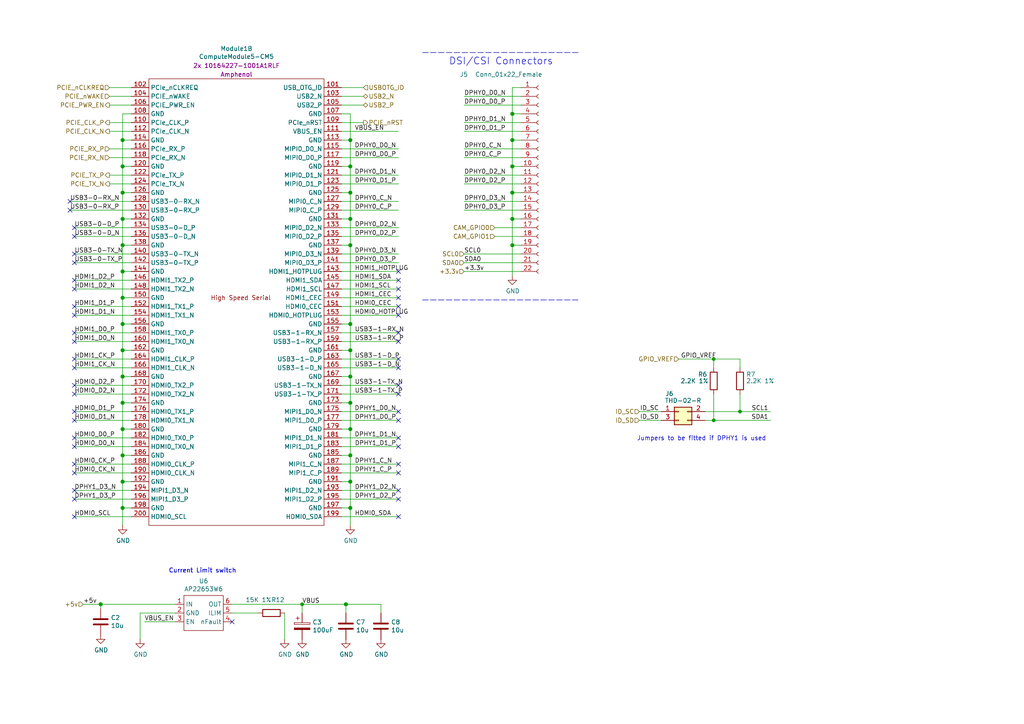
<source format=kicad_sch>
(kicad_sch (version 20250114) (generator "eeschema") (generator_version "9.0")
  (paper "A4")
  (title_block (title "Compute Module 5 IO Board - CM5 - Highspeed") (rev "1") (company "Copyright © 2024 Raspberry Pi Ltd.") (comment 1 "www.raspberrypi.com"))
  (lib_symbols
    (symbol "CM5IO:AP2553W6"
      (property "Reference" "U" (at 3.81 -6.35 0))
      (property "Value" "AP2553W6" (at -3.81 -6.35 0))
      (symbol "AP2553W6_0_0"
        (pin power_in line (at -8.89 2.54 0) (length 2.54) (name "IN") (number "1"))
        (pin power_out line (at -8.89 0 0) (length 2.54) (name "GND") (number "2"))
        (pin input line (at -8.89 -2.54 0) (length 2.54) (name "EN") (number "3"))
        (pin power_out line (at 7.62 2.54 180) (length 2.54) (name "OUT") (number "6"))
        (pin passive line (at 7.62 0 180) (length 2.54) (name "ILIM") (number "5"))
        (pin open_collector line (at 7.62 -2.54 180) (length 2.54) (name "nFault") (number "4"))
      )
      (symbol "AP2553W6_0_1"
        (rectangle (start -6.35 5.08) (end 5.08 -5.08))
      )
    )
    (symbol "CM5IO:ComputeModule5-CM5"
      (property "Reference" "Module" (at 113.03 -68.58 0))
      (property "Value" "ComputeModule5-CM5" (at 140.97 2.54 0))
      (property "Field4" "Amphenol" (at 0 0 0))
      (property "Field5" "2x 10164227-1001A1RLF" (at 0 -2.54 0))
      (symbol "ComputeModule5-CM5_1_0"
        (text "GPIO" (at 0 6.35 0) (effects (font (size 1.27 1.27))))
      )
      (symbol "ComputeModule5-CM5_1_1"
        (rectangle (start -30.48 -71.12) (end 25.4 58.42))
        (text "600mA Max" (at -8.89 -48.26 0) (effects (font (size 1.27 1.27))))
        (text "600mA Max" (at -8.89 -53.34 0) (effects (font (size 1.27 1.27))))
        (text "NB SD signals are only available" (at -1.27 -27.94 0) (effects (font (size 1.27 1.27))))
        (text "on modules without eMMC" (at -1.27 -30.48 0) (effects (font (size 1.27 1.27))))
        (pin power_in line (at -33.02 55.88 0) (length 2.54) (name "GND") (number "2"))
        (pin passive line (at -33.02 53.34 0) (length 2.54) (name "Ethernet_Pair1_P") (number "4"))
        (pin passive line (at -33.02 50.8 0) (length 2.54) (name "Ethernet_Pair1_N") (number "6"))
        (pin power_in line (at -33.02 48.26 0) (length 2.54) (name "GND") (number "8"))
        (pin passive line (at -33.02 45.72 0) (length 2.54) (name "Ethernet_Pair0_N") (number "10"))
        (pin passive line (at -33.02 43.18 0) (length 2.54) (name "Ethernet_Pair0_P") (number "12"))
        (pin power_in line (at -33.02 40.64 0) (length 2.54) (name "GND") (number "14"))
        (pin input line (at -33.02 38.1 0) (length 2.54) (name "FAN_TACHO") (number "16"))
        (pin input line (at -33.02 35.56 0) (length 2.54) (name "Ethernet_SYNC_OUT(3.3v)") (number "18"))
        (pin passive line (at -33.02 33.02 0) (length 2.54) (name "EEPROM_nWP") (number "20"))
        (pin power_in line (at -33.02 30.48 0) (length 2.54) (name "GND") (number "22"))
        (pin passive line (at -33.02 27.94 0) (length 2.54) (name "GPIO26") (number "24"))
        (pin passive line (at -33.02 25.4 0) (length 2.54) (name "GPIO19") (number "26"))
        (pin passive line (at -33.02 22.86 0) (length 2.54) (name "GPIO13") (number "28"))
        (pin passive line (at -33.02 20.32 0) (length 2.54) (name "GPIO6") (number "30"))
        (pin power_in line (at -33.02 17.78 0) (length 2.54) (name "GND") (number "32"))
        (pin passive line (at -33.02 15.24 0) (length 2.54) (name "GPIO5") (number "34"))
        (pin passive line (at -33.02 12.7 0) (length 2.54) (name "ID_SD") (number "36"))
        (pin passive line (at -33.02 10.16 0) (length 2.54) (name "GPIO11") (number "38"))
        (pin passive line (at -33.02 7.62 0) (length 2.54) (name "GPIO9") (number "40"))
        (pin power_in line (at -33.02 5.08 0) (length 2.54) (name "GND") (number "42"))
        (pin passive line (at -33.02 2.54 0) (length 2.54) (name "GPIO10") (number "44"))
        (pin passive line (at -33.02 0 0) (length 2.54) (name "GPIO22") (number "46"))
        (pin passive line (at -33.02 -2.54 0) (length 2.54) (name "GPIO27") (number "48"))
        (pin passive line (at -33.02 -5.08 0) (length 2.54) (name "GPIO17") (number "50"))
        (pin power_in line (at -33.02 -7.62 0) (length 2.54) (name "GND") (number "52"))
        (pin passive line (at -33.02 -10.16 0) (length 2.54) (name "GPIO4") (number "54"))
        (pin passive line (at -33.02 -12.7 0) (length 2.54) (name "GPIO3") (number "56"))
        (pin passive line (at -33.02 -15.24 0) (length 2.54) (name "GPIO2") (number "58"))
        (pin power_in line (at -33.02 -17.78 0) (length 2.54) (name "GND") (number "60"))
        (pin passive line (at -33.02 -20.32 0) (length 2.54) (name "SD_CMD") (number "62"))
        (pin passive line (at -33.02 -22.86 0) (length 2.54) (name "SD_DAT5") (number "64"))
        (pin power_in line (at -33.02 -25.4 0) (length 2.54) (name "GND") (number "66"))
        (pin passive line (at -33.02 -27.94 0) (length 2.54) (name "SD_DAT4") (number "68"))
        (pin passive line (at -33.02 -30.48 0) (length 2.54) (name "SD_DAT7") (number "70"))
        (pin passive line (at -33.02 -33.02 0) (length 2.54) (name "SD_DAT6") (number "72"))
        (pin power_in line (at -33.02 -35.56 0) (length 2.54) (name "GND") (number "74"))
        (pin passive line (at -33.02 -38.1 0) (length 2.54) (name "VBAT") (number "76"))
        (pin power_in line (at -33.02 -40.64 0) (length 2.54) (name "GPIO_VREF(1.8v/3.3v_Input)") (number "78"))
        (pin passive line (at -33.02 -43.18 0) (length 2.54) (name "SCL0") (number "80"))
        (pin passive line (at -33.02 -45.72 0) (length 2.54) (name "SDA0") (number "82"))
        (pin power_out line (at -33.02 -48.26 0) (length 2.54) (name "+3.3v_(Output)") (number "84"))
        (pin passive line (at -33.02 -50.8 0) (length 2.54) (name "+3.3v_(Output)") (number "86"))
        (pin power_out line (at -33.02 -53.34 0) (length 2.54) (name "+1.8v_(Output)") (number "88"))
        (pin passive line (at -33.02 -55.88 0) (length 2.54) (name "+1.8v_(Output)") (number "90"))
        (pin passive line (at -33.02 -58.42 0) (length 2.54) (name "PWR_BUT") (number "92"))
        (pin passive line (at -33.02 -60.96 0) (length 2.54) (name "CC1") (number "94"))
        (pin passive line (at -33.02 -63.5 0) (length 2.54) (name "CC2") (number "96"))
        (pin power_in line (at -33.02 -66.04 0) (length 2.54) (name "GND") (number "98"))
        (pin passive line (at -33.02 -68.58 0) (length 2.54) (name "CAM_GPIO1") (number "100"))
        (pin power_in line (at 27.94 55.88 180) (length 2.54) (name "GND") (number "1"))
        (pin passive line (at 27.94 53.34 180) (length 2.54) (name "Ethernet_Pair3_P") (number "3"))
        (pin passive line (at 27.94 50.8 180) (length 2.54) (name "Ethernet_Pair3_N") (number "5"))
        (pin power_in line (at 27.94 48.26 180) (length 2.54) (name "GND") (number "7"))
        (pin passive line (at 27.94 45.72 180) (length 2.54) (name "Ethernet_Pair2_N") (number "9"))
        (pin passive line (at 27.94 43.18 180) (length 2.54) (name "Ethernet_Pair2_P") (number "11"))
        (pin power_in line (at 27.94 40.64 180) (length 2.54) (name "GND") (number "13"))
        (pin output line (at 27.94 38.1 180) (length 2.54) (name "Ethernet_nLED3(3.3v)") (number "15"))
        (pin output line (at 27.94 35.56 180) (length 2.54) (name "Ethernet_nLED2(3.3v)") (number "17"))
        (pin output line (at 27.94 33.02 180) (length 2.54) (name "FAN_PWM") (number "19"))
        (pin open_collector line (at 27.94 30.48 180) (length 2.54) (name "LED_nACT") (number "21"))
        (pin power_in line (at 27.94 27.94 180) (length 2.54) (name "GND") (number "23"))
        (pin passive line (at 27.94 25.4 180) (length 2.54) (name "GPIO21") (number "25"))
        (pin passive line (at 27.94 22.86 180) (length 2.54) (name "GPIO20") (number "27"))
        (pin passive line (at 27.94 20.32 180) (length 2.54) (name "GPIO16") (number "29"))
        (pin passive line (at 27.94 17.78 180) (length 2.54) (name "GPIO12") (number "31"))
        (pin power_in line (at 27.94 15.24 180) (length 2.54) (name "GND") (number "33"))
        (pin passive line (at 27.94 12.7 180) (length 2.54) (name "ID_SC") (number "35"))
        (pin passive line (at 27.94 10.16 180) (length 2.54) (name "GPIO7") (number "37"))
        (pin passive line (at 27.94 7.62 180) (length 2.54) (name "GPIO8") (number "39"))
        (pin passive line (at 27.94 5.08 180) (length 2.54) (name "GPIO25") (number "41"))
        (pin power_in line (at 27.94 2.54 180) (length 2.54) (name "GND") (number "43"))
        (pin passive line (at 27.94 0 180) (length 2.54) (name "GPIO24") (number "45"))
        (pin passive line (at 27.94 -2.54 180) (length 2.54) (name "GPIO23") (number "47"))
        (pin passive line (at 27.94 -5.08 180) (length 2.54) (name "GPIO18") (number "49"))
        (pin passive line (at 27.94 -7.62 180) (length 2.54) (name "GPIO15") (number "51"))
        (pin power_in line (at 27.94 -10.16 180) (length 2.54) (name "GND") (number "53"))
        (pin passive line (at 27.94 -12.7 180) (length 2.54) (name "GPIO14") (number "55"))
        (pin passive line (at 27.94 -15.24 180) (length 2.54) (name "SD_CLK") (number "57"))
        (pin power_in line (at 27.94 -17.78 180) (length 2.54) (name "GND") (number "59"))
        (pin passive line (at 27.94 -20.32 180) (length 2.54) (name "SD_DAT3") (number "61"))
        (pin passive line (at 27.94 -22.86 180) (length 2.54) (name "SD_DAT0") (number "63"))
        (pin power_in line (at 27.94 -25.4 180) (length 2.54) (name "GND") (number "65"))
        (pin passive line (at 27.94 -27.94 180) (length 2.54) (name "SD_DAT1") (number "67"))
        (pin passive line (at 27.94 -30.48 180) (length 2.54) (name "SD_DAT2") (number "69"))
        (pin power_in line (at 27.94 -33.02 180) (length 2.54) (name "GND") (number "71"))
        (pin input line (at 27.94 -35.56 180) (length 2.54) (name "SD_VDD_Override") (number "73"))
        (pin output line (at 27.94 -38.1 180) (length 2.54) (name "SD_PWR_ON") (number "75"))
        (pin power_in line (at 27.94 -40.64 180) (length 2.54) (name "+5v_(Input)") (number "77"))
        (pin power_in line (at 27.94 -43.18 180) (length 2.54) (name "+5v_(Input)") (number "79"))
        (pin power_in line (at 27.94 -45.72 180) (length 2.54) (name "+5v_(Input)") (number "81"))
        (pin power_in line (at 27.94 -48.26 180) (length 2.54) (name "+5v_(Input)") (number "83"))
        (pin power_in line (at 27.94 -50.8 180) (length 2.54) (name "+5v_(Input)") (number "85"))
        (pin power_in line (at 27.94 -53.34 180) (length 2.54) (name "+5v_(Input)") (number "87"))
        (pin input line (at 27.94 -55.88 180) (length 2.54) (name "WiFi_nDisable") (number "89"))
        (pin input line (at 27.94 -58.42 180) (length 2.54) (name "BT_nDisable") (number "91"))
        (pin input line (at 27.94 -60.96 180) (length 2.54) (name "nRPIBOOT") (number "93"))
        (pin output line (at 27.94 -63.5 180) (length 2.54) (name "LED_nPWR") (number "95"))
        (pin passive line (at 27.94 -66.04 180) (length 2.54) (name "CAM_GPIO0") (number "97"))
        (pin input line (at 27.94 -68.58 180) (length 2.54) (name "PMIC_ENABLE") (number "99"))
      )
      (symbol "ComputeModule5-CM5_2_1"
        (rectangle (start 114.3 -66.04) (end 165.1 63.5))
        (text "High Speed Serial" (at 140.97 0 0) (effects (font (size 1.27 1.27))))
        (pin input line (at 109.22 60.96 0) (length 5.08) (name "PCIe_nCLKREQ") (number "102"))
        (pin input line (at 109.22 58.42 0) (length 5.08) (name "PCIE_nWAKE") (number "104"))
        (pin output line (at 109.22 55.88 0) (length 5.08) (name "PCIE_PWR_EN") (number "106"))
        (pin power_in line (at 109.22 53.34 0) (length 5.08) (name "GND") (number "108"))
        (pin output line (at 109.22 50.8 0) (length 5.08) (name "PCIe_CLK_P") (number "110"))
        (pin output line (at 109.22 48.26 0) (length 5.08) (name "PCIe_CLK_N") (number "112"))
        (pin power_in line (at 109.22 45.72 0) (length 5.08) (name "GND") (number "114"))
        (pin input line (at 109.22 43.18 0) (length 5.08) (name "PCIe_RX_P") (number "116"))
        (pin input line (at 109.22 40.64 0) (length 5.08) (name "PCIe_RX_N") (number "118"))
        (pin power_in line (at 109.22 38.1 0) (length 5.08) (name "GND") (number "120"))
        (pin output line (at 109.22 35.56 0) (length 5.08) (name "PCIe_TX_P") (number "122"))
        (pin output line (at 109.22 33.02 0) (length 5.08) (name "PCIe_TX_N") (number "124"))
        (pin power_in line (at 109.22 30.48 0) (length 5.08) (name "GND") (number "126"))
        (pin input line (at 109.22 27.94 0) (length 5.08) (name "USB3-0-RX_N") (number "128"))
        (pin input line (at 109.22 25.4 0) (length 5.08) (name "USB3-0-RX_P") (number "130"))
        (pin power_in line (at 109.22 22.86 0) (length 5.08) (name "GND") (number "132"))
        (pin passive line (at 109.22 20.32 0) (length 5.08) (name "USB3-0-D_P") (number "134"))
        (pin passive line (at 109.22 17.78 0) (length 5.08) (name "USB3-0-D_N") (number "136"))
        (pin power_in line (at 109.22 15.24 0) (length 5.08) (name "GND") (number "138"))
        (pin output line (at 109.22 12.7 0) (length 5.08) (name "USB3-0-TX_N") (number "140"))
        (pin output line (at 109.22 10.16 0) (length 5.08) (name "USB3-0-TX_P") (number "142"))
        (pin power_in line (at 109.22 7.62 0) (length 5.08) (name "GND") (number "144"))
        (pin output line (at 109.22 5.08 0) (length 5.08) (name "HDMI1_TX2_P") (number "146"))
        (pin output line (at 109.22 2.54 0) (length 5.08) (name "HDMI1_TX2_N") (number "148"))
        (pin power_in line (at 109.22 0 0) (length 5.08) (name "GND") (number "150"))
        (pin output line (at 109.22 -2.54 0) (length 5.08) (name "HDMI1_TX1_P") (number "152"))
        (pin output line (at 109.22 -5.08 0) (length 5.08) (name "HDMI1_TX1_N") (number "154"))
        (pin power_in line (at 109.22 -7.62 0) (length 5.08) (name "GND") (number "156"))
        (pin output line (at 109.22 -10.16 0) (length 5.08) (name "HDMI1_TX0_P") (number "158"))
        (pin output line (at 109.22 -12.7 0) (length 5.08) (name "HDMI1_TX0_N") (number "160"))
        (pin power_in line (at 109.22 -15.24 0) (length 5.08) (name "GND") (number "162"))
        (pin output line (at 109.22 -17.78 0) (length 5.08) (name "HDMI1_CLK_P") (number "164"))
        (pin output line (at 109.22 -20.32 0) (length 5.08) (name "HDMI1_CLK_N") (number "166"))
        (pin power_in line (at 109.22 -22.86 0) (length 5.08) (name "GND") (number "168"))
        (pin output line (at 109.22 -25.4 0) (length 5.08) (name "HDMI0_TX2_P") (number "170"))
        (pin output line (at 109.22 -27.94 0) (length 5.08) (name "HDMI0_TX2_N") (number "172"))
        (pin power_in line (at 109.22 -30.48 0) (length 5.08) (name "GND") (number "174"))
        (pin output line (at 109.22 -33.02 0) (length 5.08) (name "HDMI0_TX1_P") (number "176"))
        (pin output line (at 109.22 -35.56 0) (length 5.08) (name "HDMI0_TX1_N") (number "178"))
        (pin power_in line (at 109.22 -38.1 0) (length 5.08) (name "GND") (number "180"))
        (pin output line (at 109.22 -40.64 0) (length 5.08) (name "HDMI0_TX0_P") (number "182"))
        (pin output line (at 109.22 -43.18 0) (length 5.08) (name "HDMI0_TX0_N") (number "184"))
        (pin power_in line (at 109.22 -45.72 0) (length 5.08) (name "GND") (number "186"))
        (pin output line (at 109.22 -48.26 0) (length 5.08) (name "HDMI0_CLK_P") (number "188"))
        (pin output line (at 109.22 -50.8 0) (length 5.08) (name "HDMI0_CLK_N") (number "190"))
        (pin power_in line (at 109.22 -53.34 0) (length 5.08) (name "GND") (number "192"))
        (pin output line (at 109.22 -55.88 0) (length 5.08) (name "MIPI1_D3_N") (number "194"))
        (pin output line (at 109.22 -58.42 0) (length 5.08) (name "MIPI1_D3_P") (number "196"))
        (pin power_in line (at 109.22 -60.96 0) (length 5.08) (name "GND") (number "198"))
        (pin open_collector line (at 109.22 -63.5 0) (length 5.08) (name "HDMI0_SCL") (number "200"))
        (pin input line (at 170.18 60.96 180) (length 5.08) (name "USB_OTG_ID") (number "101"))
        (pin passive line (at 170.18 58.42 180) (length 5.08) (name "USB2_N") (number "103"))
        (pin passive line (at 170.18 55.88 180) (length 5.08) (name "USB2_P") (number "105"))
        (pin power_in line (at 170.18 53.34 180) (length 5.08) (name "GND") (number "107"))
        (pin output line (at 170.18 50.8 180) (length 5.08) (name "PCIe_nRST") (number "109"))
        (pin output line (at 170.18 48.26 180) (length 5.08) (name "VBUS_EN") (number "111"))
        (pin power_in line (at 170.18 45.72 180) (length 5.08) (name "GND") (number "113"))
        (pin input line (at 170.18 43.18 180) (length 5.08) (name "MIPI0_D0_N") (number "115"))
        (pin input line (at 170.18 40.64 180) (length 5.08) (name "MIPI0_D0_P") (number "117"))
        (pin power_in line (at 170.18 38.1 180) (length 5.08) (name "GND") (number "119"))
        (pin input line (at 170.18 35.56 180) (length 5.08) (name "MIPI0_D1_N") (number "121"))
        (pin input line (at 170.18 33.02 180) (length 5.08) (name "MIPI0_D1_P") (number "123"))
        (pin power_in line (at 170.18 30.48 180) (length 5.08) (name "GND") (number "125"))
        (pin input line (at 170.18 27.94 180) (length 5.08) (name "MIPI0_C_N") (number "127"))
        (pin input line (at 170.18 25.4 180) (length 5.08) (name "MIPI0_C_P") (number "129"))
        (pin power_in line (at 170.18 22.86 180) (length 5.08) (name "GND") (number "131"))
        (pin input line (at 170.18 20.32 180) (length 5.08) (name "MIPI0_D2_N") (number "133"))
        (pin input line (at 170.18 17.78 180) (length 5.08) (name "MIPI0_D2_P") (number "135"))
        (pin power_in line (at 170.18 15.24 180) (length 5.08) (name "GND") (number "137"))
        (pin input line (at 170.18 12.7 180) (length 5.08) (name "MIPI0_D3_N") (number "139"))
        (pin input line (at 170.18 10.16 180) (length 5.08) (name "MIPI0_D3_P") (number "141"))
        (pin input line (at 170.18 7.62 180) (length 5.08) (name "HDMI1_HOTPLUG") (number "143"))
        (pin bidirectional line (at 170.18 5.08 180) (length 5.08) (name "HDMI1_SDA") (number "145"))
        (pin open_collector line (at 170.18 2.54 180) (length 5.08) (name "HDMI1_SCL") (number "147"))
        (pin open_collector line (at 170.18 0 180) (length 5.08) (name "HDMI1_CEC") (number "149"))
        (pin open_collector line (at 170.18 -2.54 180) (length 5.08) (name "HDMI0_CEC") (number "151"))
        (pin input line (at 170.18 -5.08 180) (length 5.08) (name "HDMI0_HOTPLUG") (number "153"))
        (pin power_in line (at 170.18 -7.62 180) (length 5.08) (name "GND") (number "155"))
        (pin input line (at 170.18 -10.16 180) (length 5.08) (name "USB3-1-RX_N") (number "157"))
        (pin input line (at 170.18 -12.7 180) (length 5.08) (name "USB3-1-RX_P") (number "159"))
        (pin power_in line (at 170.18 -15.24 180) (length 5.08) (name "GND") (number "161"))
        (pin passive line (at 170.18 -17.78 180) (length 5.08) (name "USB3-1-D_P") (number "163"))
        (pin passive line (at 170.18 -20.32 180) (length 5.08) (name "USB3-1-D_N") (number "165"))
        (pin power_in line (at 170.18 -22.86 180) (length 5.08) (name "GND") (number "167"))
        (pin output line (at 170.18 -25.4 180) (length 5.08) (name "USB3-1-TX_N") (number "169"))
        (pin output line (at 170.18 -27.94 180) (length 5.08) (name "USB3-1-TX_P") (number "171"))
        (pin power_in line (at 170.18 -30.48 180) (length 5.08) (name "GND") (number "173"))
        (pin output line (at 170.18 -33.02 180) (length 5.08) (name "MIPI1_D0_N") (number "175"))
        (pin output line (at 170.18 -35.56 180) (length 5.08) (name "MIPI1_D0_P") (number "177"))
        (pin power_in line (at 170.18 -38.1 180) (length 5.08) (name "GND") (number "179"))
        (pin output line (at 170.18 -40.64 180) (length 5.08) (name "MIPI1_D1_N") (number "181"))
        (pin output line (at 170.18 -43.18 180) (length 5.08) (name "MIPI1_D1_P") (number "183"))
        (pin power_in line (at 170.18 -45.72 180) (length 5.08) (name "GND") (number "185"))
        (pin output line (at 170.18 -48.26 180) (length 5.08) (name "MIPI1_C_N") (number "187"))
        (pin output line (at 170.18 -50.8 180) (length 5.08) (name "MIPI1_C_P") (number "189"))
        (pin power_in line (at 170.18 -53.34 180) (length 5.08) (name "GND") (number "191"))
        (pin output line (at 170.18 -55.88 180) (length 5.08) (name "MIPI1_D2_N") (number "193"))
        (pin output line (at 170.18 -58.42 180) (length 5.08) (name "MIPI1_D2_P") (number "195"))
        (pin power_in line (at 170.18 -60.96 180) (length 5.08) (name "GND") (number "197"))
        (pin bidirectional line (at 170.18 -63.5 180) (length 5.08) (name "HDMI0_SDA") (number "199"))
      )
    )
    (symbol "Connector:Conn_01x22_Socket" (pin_names (offset 1.016) (hide yes))
      (property "Reference" "J" (at 0 27.94 0))
      (property "Value" "Conn_01x22_Socket" (at 0 -30.48 0))
      (symbol "Conn_01x22_Socket_1_1"
        (polyline (pts (xy -1.27 25.4) (xy -0.508 25.4)) (stroke (width 0.1524)))
        (polyline (pts (xy -1.27 22.86) (xy -0.508 22.86)) (stroke (width 0.1524)))
        (polyline (pts (xy -1.27 20.32) (xy -0.508 20.32)) (stroke (width 0.1524)))
        (polyline (pts (xy -1.27 17.78) (xy -0.508 17.78)) (stroke (width 0.1524)))
        (polyline (pts (xy -1.27 15.24) (xy -0.508 15.24)) (stroke (width 0.1524)))
        (polyline (pts (xy -1.27 12.7) (xy -0.508 12.7)) (stroke (width 0.1524)))
        (polyline (pts (xy -1.27 10.16) (xy -0.508 10.16)) (stroke (width 0.1524)))
        (polyline (pts (xy -1.27 7.62) (xy -0.508 7.62)) (stroke (width 0.1524)))
        (polyline (pts (xy -1.27 5.08) (xy -0.508 5.08)) (stroke (width 0.1524)))
        (polyline (pts (xy -1.27 2.54) (xy -0.508 2.54)) (stroke (width 0.1524)))
        (polyline (pts (xy -1.27 0) (xy -0.508 0)) (stroke (width 0.1524)))
        (polyline (pts (xy -1.27 -2.54) (xy -0.508 -2.54)) (stroke (width 0.1524)))
        (polyline (pts (xy -1.27 -5.08) (xy -0.508 -5.08)) (stroke (width 0.1524)))
        (polyline (pts (xy -1.27 -7.62) (xy -0.508 -7.62)) (stroke (width 0.1524)))
        (polyline (pts (xy -1.27 -10.16) (xy -0.508 -10.16)) (stroke (width 0.1524)))
        (polyline (pts (xy -1.27 -12.7) (xy -0.508 -12.7)) (stroke (width 0.1524)))
        (polyline (pts (xy -1.27 -15.24) (xy -0.508 -15.24)) (stroke (width 0.1524)))
        (polyline (pts (xy -1.27 -17.78) (xy -0.508 -17.78)) (stroke (width 0.1524)))
        (polyline (pts (xy -1.27 -20.32) (xy -0.508 -20.32)) (stroke (width 0.1524)))
        (polyline (pts (xy -1.27 -22.86) (xy -0.508 -22.86)) (stroke (width 0.1524)))
        (polyline (pts (xy -1.27 -25.4) (xy -0.508 -25.4)) (stroke (width 0.1524)))
        (polyline (pts (xy -1.27 -27.94) (xy -0.508 -27.94)) (stroke (width 0.1524)))
        (arc (start 0 24.892) (mid -0.5058 25.4) (end 0 25.908) (stroke (width 0.1524)))
        (arc (start 0 22.352) (mid -0.5058 22.86) (end 0 23.368) (stroke (width 0.1524)))
        (arc (start 0 19.812) (mid -0.5058 20.32) (end 0 20.828) (stroke (width 0.1524)))
        (arc (start 0 17.272) (mid -0.5058 17.78) (end 0 18.288) (stroke (width 0.1524)))
        (arc (start 0 14.732) (mid -0.5058 15.24) (end 0 15.748) (stroke (width 0.1524)))
        (arc (start 0 12.192) (mid -0.5058 12.7) (end 0 13.208) (stroke (width 0.1524)))
        (arc (start 0 9.652) (mid -0.5058 10.16) (end 0 10.668) (stroke (width 0.1524)))
        (arc (start 0 7.112) (mid -0.5058 7.62) (end 0 8.128) (stroke (width 0.1524)))
        (arc (start 0 4.572) (mid -0.5058 5.08) (end 0 5.588) (stroke (width 0.1524)))
        (arc (start 0 2.032) (mid -0.5058 2.54) (end 0 3.048) (stroke (width 0.1524)))
        (arc (start 0 -0.508) (mid -0.5058 0) (end 0 0.508) (stroke (width 0.1524)))
        (arc (start 0 -3.048) (mid -0.5058 -2.54) (end 0 -2.032) (stroke (width 0.1524)))
        (arc (start 0 -5.588) (mid -0.5058 -5.08) (end 0 -4.572) (stroke (width 0.1524)))
        (arc (start 0 -8.128) (mid -0.5058 -7.62) (end 0 -7.112) (stroke (width 0.1524)))
        (arc (start 0 -10.668) (mid -0.5058 -10.16) (end 0 -9.652) (stroke (width 0.1524)))
        (arc (start 0 -13.208) (mid -0.5058 -12.7) (end 0 -12.192) (stroke (width 0.1524)))
        (arc (start 0 -15.748) (mid -0.5058 -15.24) (end 0 -14.732) (stroke (width 0.1524)))
        (arc (start 0 -18.288) (mid -0.5058 -17.78) (end 0 -17.272) (stroke (width 0.1524)))
        (arc (start 0 -20.828) (mid -0.5058 -20.32) (end 0 -19.812) (stroke (width 0.1524)))
        (arc (start 0 -23.368) (mid -0.5058 -22.86) (end 0 -22.352) (stroke (width 0.1524)))
        (arc (start 0 -25.908) (mid -0.5058 -25.4) (end 0 -24.892) (stroke (width 0.1524)))
        (arc (start 0 -28.448) (mid -0.5058 -27.94) (end 0 -27.432) (stroke (width 0.1524)))
        (pin passive line (at -5.08 25.4 0) (length 3.81) (name "Pin_1") (number "1"))
        (pin passive line (at -5.08 22.86 0) (length 3.81) (name "Pin_2") (number "2"))
        (pin passive line (at -5.08 20.32 0) (length 3.81) (name "Pin_3") (number "3"))
        (pin passive line (at -5.08 17.78 0) (length 3.81) (name "Pin_4") (number "4"))
        (pin passive line (at -5.08 15.24 0) (length 3.81) (name "Pin_5") (number "5"))
        (pin passive line (at -5.08 12.7 0) (length 3.81) (name "Pin_6") (number "6"))
        (pin passive line (at -5.08 10.16 0) (length 3.81) (name "Pin_7") (number "7"))
        (pin passive line (at -5.08 7.62 0) (length 3.81) (name "Pin_8") (number "8"))
        (pin passive line (at -5.08 5.08 0) (length 3.81) (name "Pin_9") (number "9"))
        (pin passive line (at -5.08 2.54 0) (length 3.81) (name "Pin_10") (number "10"))
        (pin passive line (at -5.08 0 0) (length 3.81) (name "Pin_11") (number "11"))
        (pin passive line (at -5.08 -2.54 0) (length 3.81) (name "Pin_12") (number "12"))
        (pin passive line (at -5.08 -5.08 0) (length 3.81) (name "Pin_13") (number "13"))
        (pin passive line (at -5.08 -7.62 0) (length 3.81) (name "Pin_14") (number "14"))
        (pin passive line (at -5.08 -10.16 0) (length 3.81) (name "Pin_15") (number "15"))
        (pin passive line (at -5.08 -12.7 0) (length 3.81) (name "Pin_16") (number "16"))
        (pin passive line (at -5.08 -15.24 0) (length 3.81) (name "Pin_17") (number "17"))
        (pin passive line (at -5.08 -17.78 0) (length 3.81) (name "Pin_18") (number "18"))
        (pin passive line (at -5.08 -20.32 0) (length 3.81) (name "Pin_19") (number "19"))
        (pin passive line (at -5.08 -22.86 0) (length 3.81) (name "Pin_20") (number "20"))
        (pin passive line (at -5.08 -25.4 0) (length 3.81) (name "Pin_21") (number "21"))
        (pin passive line (at -5.08 -27.94 0) (length 3.81) (name "Pin_22") (number "22"))
      )
    )
    (symbol "Connector_Generic:Conn_02x02_Odd_Even" (pin_names (offset 1.016) (hide yes))
      (property "Reference" "J" (at 1.27 2.54 0))
      (property "Value" "Conn_02x02_Odd_Even" (at 1.27 -5.08 0))
      (symbol "Conn_02x02_Odd_Even_1_1"
        (rectangle (start -1.27 1.27) (end 3.81 -3.81) (stroke (width 0.254)) (fill (type background)))
        (rectangle (start -1.27 0.127) (end 0 -0.127) (stroke (width 0.1524)))
        (rectangle (start -1.27 -2.413) (end 0 -2.667) (stroke (width 0.1524)))
        (rectangle (start 3.81 0.127) (end 2.54 -0.127) (stroke (width 0.1524)))
        (rectangle (start 3.81 -2.413) (end 2.54 -2.667) (stroke (width 0.1524)))
        (pin passive line (at -5.08 0 0) (length 3.81) (name "Pin_1") (number "1"))
        (pin passive line (at -5.08 -2.54 0) (length 3.81) (name "Pin_3") (number "3"))
        (pin passive line (at 7.62 0 180) (length 3.81) (name "Pin_2") (number "2"))
        (pin passive line (at 7.62 -2.54 180) (length 3.81) (name "Pin_4") (number "4"))
      )
    )
    (symbol "Device:C" (pin_numbers (hide yes)) (pin_names (offset 0.254))
      (property "Reference" "C" (at 0.635 2.54 0))
      (property "Value" "C" (at 0.635 -2.54 0))
      (symbol "C_0_1"
        (polyline (pts (xy -2.032 0.762) (xy 2.032 0.762)) (stroke (width 0.508)))
        (polyline (pts (xy -2.032 -0.762) (xy 2.032 -0.762)) (stroke (width 0.508)))
      )
      (symbol "C_1_1"
        (pin passive line (at 0 3.81 270) (length 2.794) (name "~") (number "1"))
        (pin passive line (at 0 -3.81 90) (length 2.794) (name "~") (number "2"))
      )
    )
    (symbol "Device:C_Polarized" (pin_numbers (hide yes)) (pin_names (offset 0.254))
      (property "Reference" "C" (at 0.635 2.54 0))
      (property "Value" "C_Polarized" (at 0.635 -2.54 0))
      (symbol "C_Polarized_0_1"
        (rectangle (start -2.286 0.508) (end 2.286 1.016))
        (polyline (pts (xy -1.778 2.286) (xy -0.762 2.286)))
        (polyline (pts (xy -1.27 2.794) (xy -1.27 1.778)))
        (rectangle (start 2.286 -0.508) (end -2.286 -1.016) (fill (type outline)))
      )
      (symbol "C_Polarized_1_1"
        (pin passive line (at 0 3.81 270) (length 2.794) (name "~") (number "1"))
        (pin passive line (at 0 -3.81 90) (length 2.794) (name "~") (number "2"))
      )
    )
    (symbol "Device:R" (pin_numbers (hide yes)) (pin_names (offset 0))
      (property "Reference" "R" (at 2.032 0 90))
      (property "Value" "R" (at 0 0 90))
      (symbol "R_0_1"
        (rectangle (start -1.016 -2.54) (end 1.016 2.54) (stroke (width 0.254)))
      )
      (symbol "R_1_1"
        (pin passive line (at 0 3.81 270) (length 1.27) (name "~") (number "1"))
        (pin passive line (at 0 -3.81 90) (length 1.27) (name "~") (number "2"))
      )
    )
    (symbol "power:GND" (power) (pin_numbers (hide yes)) (pin_names (offset 0) (hide yes))
      (property "Value" "GND" (at 0 -3.81 0))
      (symbol "GND_0_1"
        (polyline (pts (xy 0 0) (xy 0 -1.27) (xy 1.27 -1.27) (xy 0 -2.54) (xy -1.27 -1.27) (xy 0 -1.27)))
      )
      (symbol "GND_1_1"
        (pin power_in line (at 0 0 270) (length 0) (name "~") (number "1"))
      )
    )
  )
  (text "Jumpers to be fitted if DPHY1 is used\n" (at 222.25 128.016 0) (effects (font (size 1.27 1.27)) (justify right bottom)))
  (text "Current Limit switch" (at 68.58 166.37 0) (effects (font (size 1.27 1.27)) (justify right bottom)))
  (text "DSI/CSI Connectors" (at 130.175 19.05 0) (effects (font (size 2.0066 2.0066)) (justify left bottom)))
  (text "Current Limit switch" (at 68.58 166.37 0) (effects (font (size 1.27 1.27)) (justify right bottom)))
  (junction (at 148.59 33.02) (diameter 1.016))
  (junction (at 207.01 104.14))
  (junction (at 35.56 147.32) (diameter 1.016))
  (junction (at 35.56 132.08) (diameter 1.016))
  (junction (at 101.6 132.08) (diameter 1.016))
  (junction (at 35.56 71.12) (diameter 1.016))
  (junction (at 101.6 55.88) (diameter 1.016))
  (junction (at 100.33 175.26) (diameter 1.016))
  (junction (at 101.6 147.32) (diameter 1.016))
  (junction (at 35.56 40.64) (diameter 1.016))
  (junction (at 101.6 40.64) (diameter 1.016))
  (junction (at 148.59 55.88) (diameter 1.016))
  (junction (at 35.56 55.88) (diameter 1.016))
  (junction (at 101.6 101.6) (diameter 1.016))
  (junction (at 101.6 124.46) (diameter 1.016))
  (junction (at 148.59 48.26) (diameter 1.016))
  (junction (at 214.63 119.38))
  (junction (at 35.56 78.74) (diameter 1.016))
  (junction (at 101.6 116.84) (diameter 1.016))
  (junction (at 35.56 48.26) (diameter 1.016))
  (junction (at 101.6 63.5) (diameter 1.016))
  (junction (at 29.21 175.26) (diameter 1.016))
  (junction (at 207.01 121.92))
  (junction (at 101.6 48.26) (diameter 1.016))
  (junction (at 35.56 139.7) (diameter 1.016))
  (junction (at 101.6 139.7) (diameter 1.016))
  (junction (at 148.59 63.5) (diameter 1.016))
  (junction (at 101.6 93.98) (diameter 1.016))
  (junction (at 35.56 101.6) (diameter 1.016))
  (junction (at 35.56 116.84) (diameter 1.016))
  (junction (at 35.56 86.36) (diameter 1.016))
  (junction (at 101.6 71.12) (diameter 1.016))
  (junction (at 101.6 109.22) (diameter 1.016))
  (junction (at 35.56 63.5) (diameter 1.016))
  (junction (at 87.63 175.26))
  (junction (at 35.56 93.98) (diameter 1.016))
  (junction (at 148.59 40.64) (diameter 1.016))
  (junction (at 148.59 71.12) (diameter 1.016))
  (junction (at 35.56 124.46) (diameter 1.016))
  (junction (at 35.56 109.22) (diameter 1.016))
  (no_connect (at 67.31 180.34))
  (no_connect (at 115.57 99.06))
  (no_connect (at 115.57 127))
  (no_connect (at 21.59 129.54))
  (no_connect (at 20.32 58.42))
  (no_connect (at 21.59 119.38))
  (no_connect (at 21.59 76.2))
  (no_connect (at 21.59 83.82))
  (no_connect (at 21.59 68.58))
  (no_connect (at 115.57 86.36))
  (no_connect (at 115.57 142.24))
  (no_connect (at 115.57 134.62))
  (no_connect (at 21.59 99.06))
  (no_connect (at 115.57 149.86))
  (no_connect (at 115.57 96.52))
  (no_connect (at 21.59 142.24))
  (no_connect (at 115.57 104.14))
  (no_connect (at 115.57 114.3))
  (no_connect (at 115.57 129.54))
  (no_connect (at 21.59 111.76))
  (no_connect (at 115.57 119.38))
  (no_connect (at 115.57 83.82))
  (no_connect (at 115.57 88.9))
  (no_connect (at 21.59 144.78))
  (no_connect (at 21.59 137.16))
  (no_connect (at 21.59 96.52))
  (no_connect (at 21.59 149.86))
  (no_connect (at 21.59 81.28))
  (no_connect (at 21.59 73.66))
  (no_connect (at 115.57 137.16))
  (no_connect (at 21.59 121.92))
  (no_connect (at 20.32 60.96))
  (no_connect (at 115.57 121.92))
  (no_connect (at 21.59 106.68))
  (no_connect (at 115.57 106.68))
  (no_connect (at 115.57 91.44))
  (no_connect (at 21.59 114.3))
  (no_connect (at 21.59 91.44))
  (no_connect (at 21.59 88.9))
  (no_connect (at 115.57 78.74))
  (no_connect (at 115.57 81.28))
  (no_connect (at 21.59 66.04))
  (no_connect (at 115.57 144.78))
  (no_connect (at 115.57 111.76))
  (no_connect (at 21.59 127))
  (no_connect (at 21.59 104.14))
  (no_connect (at 21.59 134.62))
  (wire (pts (xy 99.06 144.78) (xy 115.57 144.78)))
  (wire (pts (xy 21.59 111.76) (xy 38.1 111.76)))
  (wire (pts (xy 21.59 142.24) (xy 38.1 142.24)))
  (wire (pts (xy 24.13 175.26) (xy 29.21 175.26)))
  (wire (pts (xy 148.59 40.64) (xy 148.59 48.26)))
  (wire (pts (xy 99.06 38.1) (xy 115.57 38.1)))
  (wire (pts (xy 35.56 63.5) (xy 35.56 71.12)))
  (wire (pts (xy 35.56 139.7) (xy 35.56 147.32)))
  (wire (pts (xy 67.31 177.8) (xy 74.93 177.8)))
  (wire (pts (xy 35.56 33.02) (xy 35.56 40.64)))
  (wire (pts (xy 35.56 86.36) (xy 35.56 93.98)))
  (wire (pts (xy 21.59 119.38) (xy 38.1 119.38)))
  (wire (pts (xy 35.56 71.12) (xy 35.56 78.74)))
  (wire (pts (xy 35.56 101.6) (xy 35.56 109.22)))
  (wire (pts (xy 101.6 48.26) (xy 101.6 40.64)))
  (wire (pts (xy 99.06 30.48) (xy 105.41 30.48)))
  (wire (pts (xy 35.56 86.36) (xy 38.1 86.36)))
  (wire (pts (xy 148.59 63.5) (xy 151.13 63.5)))
  (wire (pts (xy 148.59 33.02) (xy 148.59 40.64)))
  (wire (pts (xy 35.56 109.22) (xy 35.56 116.84)))
  (wire (pts (xy 35.56 48.26) (xy 35.56 55.88)))
  (wire (pts (xy 35.56 132.08) (xy 38.1 132.08)))
  (wire (pts (xy 101.6 71.12) (xy 101.6 63.5)))
  (wire (pts (xy 99.06 119.38) (xy 115.57 119.38)))
  (wire (pts (xy 31.75 38.1) (xy 38.1 38.1)))
  (wire (pts (xy 35.56 109.22) (xy 38.1 109.22)))
  (wire (pts (xy 38.1 147.32) (xy 35.56 147.32)))
  (wire (pts (xy 148.59 55.88) (xy 148.59 63.5)))
  (wire (pts (xy 207.01 104.14) (xy 214.63 104.14)))
  (wire (pts (xy 99.06 101.6) (xy 101.6 101.6)))
  (wire (pts (xy 148.59 48.26) (xy 151.13 48.26)))
  (wire (pts (xy 35.56 55.88) (xy 35.56 63.5)))
  (wire (pts (xy 196.85 104.14) (xy 207.01 104.14)))
  (wire (pts (xy 21.59 114.3) (xy 38.1 114.3)))
  (wire (pts (xy 207.01 114.3) (xy 207.01 121.92)))
  (wire (pts (xy 31.75 27.94) (xy 38.1 27.94)))
  (wire (pts (xy 99.06 40.64) (xy 101.6 40.64)))
  (wire (pts (xy 151.13 73.66) (xy 134.62 73.66)))
  (wire (pts (xy 21.59 73.66) (xy 38.1 73.66)))
  (wire (pts (xy 21.59 127) (xy 38.1 127)))
  (wire (pts (xy 21.59 66.04) (xy 38.1 66.04)))
  (wire (pts (xy 207.01 104.14) (xy 207.01 106.68)))
  (wire (pts (xy 101.6 124.46) (xy 101.6 132.08)))
  (wire (pts (xy 40.64 177.8) (xy 40.64 185.42)))
  (wire (pts (xy 99.06 149.86) (xy 115.57 149.86)))
  (wire (pts (xy 214.63 104.14) (xy 214.63 106.68)))
  (wire (pts (xy 41.91 180.34) (xy 50.8 180.34)))
  (wire (pts (xy 101.6 116.84) (xy 101.6 124.46)))
  (wire (pts (xy 99.06 86.36) (xy 115.57 86.36)))
  (wire (pts (xy 21.59 129.54) (xy 38.1 129.54)))
  (wire (pts (xy 204.47 121.92) (xy 207.01 121.92)))
  (wire (pts (xy 99.06 78.74) (xy 115.57 78.74)))
  (wire (pts (xy 21.59 76.2) (xy 38.1 76.2)))
  (wire (pts (xy 101.6 147.32) (xy 101.6 152.4)))
  (wire (pts (xy 99.06 50.8) (xy 115.57 50.8)))
  (wire (pts (xy 100.33 177.8) (xy 100.33 175.26)))
  (wire (pts (xy 38.1 43.18) (xy 31.75 43.18)))
  (wire (pts (xy 99.06 76.2) (xy 115.57 76.2)))
  (wire (pts (xy 31.75 30.48) (xy 38.1 30.48)))
  (wire (pts (xy 99.06 132.08) (xy 101.6 132.08)))
  (wire (pts (xy 31.75 53.34) (xy 38.1 53.34)))
  (wire (pts (xy 99.06 88.9) (xy 115.57 88.9)))
  (wire (pts (xy 82.55 177.8) (xy 82.55 185.42)))
  (wire (pts (xy 50.8 177.8) (xy 40.64 177.8)))
  (wire (pts (xy 35.56 63.5) (xy 38.1 63.5)))
  (wire (pts (xy 204.47 119.38) (xy 214.63 119.38)))
  (wire (pts (xy 143.51 68.58) (xy 151.13 68.58)))
  (wire (pts (xy 99.06 48.26) (xy 101.6 48.26)))
  (wire (pts (xy 134.62 58.42) (xy 151.13 58.42)))
  (wire (pts (xy 21.59 99.06) (xy 38.1 99.06)))
  (wire (pts (xy 134.62 35.56) (xy 151.13 35.56)))
  (wire (pts (xy 38.1 45.72) (xy 31.75 45.72)))
  (wire (pts (xy 101.6 93.98) (xy 101.6 101.6)))
  (wire (pts (xy 134.62 53.34) (xy 151.13 53.34)))
  (wire (pts (xy 134.62 38.1) (xy 151.13 38.1)))
  (wire (pts (xy 35.56 116.84) (xy 35.56 124.46)))
  (wire (pts (xy 21.59 83.82) (xy 38.1 83.82)))
  (wire (pts (xy 35.56 40.64) (xy 38.1 40.64)))
  (polyline (pts (xy 122.555 86.995) (xy 167.64 86.995)) (stroke (width 0) (type dash)))
  (wire (pts (xy 38.1 139.7) (xy 35.56 139.7)))
  (wire (pts (xy 99.06 73.66) (xy 115.57 73.66)))
  (wire (pts (xy 67.31 175.26) (xy 87.63 175.26)))
  (wire (pts (xy 99.06 45.72) (xy 115.57 45.72)))
  (wire (pts (xy 87.63 175.26) (xy 100.33 175.26)))
  (wire (pts (xy 21.59 134.62) (xy 38.1 134.62)))
  (wire (pts (xy 29.21 175.26) (xy 50.8 175.26)))
  (wire (pts (xy 148.59 25.4) (xy 148.59 33.02)))
  (wire (pts (xy 35.56 124.46) (xy 38.1 124.46)))
  (wire (pts (xy 207.01 121.92) (xy 223.52 121.92)))
  (wire (pts (xy 99.06 68.58) (xy 115.57 68.58)))
  (wire (pts (xy 99.06 55.88) (xy 101.6 55.88)))
  (wire (pts (xy 148.59 71.12) (xy 151.13 71.12)))
  (wire (pts (xy 99.06 58.42) (xy 115.57 58.42)))
  (wire (pts (xy 99.06 116.84) (xy 101.6 116.84)))
  (wire (pts (xy 99.06 93.98) (xy 101.6 93.98)))
  (wire (pts (xy 185.42 119.38) (xy 191.77 119.38)))
  (wire (pts (xy 148.59 71.12) (xy 148.59 80.01)))
  (wire (pts (xy 31.75 35.56) (xy 38.1 35.56)))
  (wire (pts (xy 101.6 139.7) (xy 101.6 147.32)))
  (wire (pts (xy 101.6 55.88) (xy 101.6 48.26)))
  (wire (pts (xy 31.75 25.4) (xy 38.1 25.4)))
  (wire (pts (xy 134.62 60.96) (xy 151.13 60.96)))
  (wire (pts (xy 99.06 134.62) (xy 115.57 134.62)))
  (wire (pts (xy 99.06 91.44) (xy 115.57 91.44)))
  (wire (pts (xy 31.75 50.8) (xy 38.1 50.8)))
  (wire (pts (xy 151.13 78.74) (xy 134.62 78.74)))
  (wire (pts (xy 99.06 66.04) (xy 115.57 66.04)))
  (wire (pts (xy 21.59 88.9) (xy 38.1 88.9)))
  (wire (pts (xy 134.62 27.94) (xy 151.13 27.94)))
  (wire (pts (xy 101.6 109.22) (xy 101.6 116.84)))
  (wire (pts (xy 99.06 43.18) (xy 115.57 43.18)))
  (wire (pts (xy 38.1 106.68) (xy 21.59 106.68)))
  (wire (pts (xy 35.56 93.98) (xy 38.1 93.98)))
  (wire (pts (xy 35.56 116.84) (xy 38.1 116.84)))
  (wire (pts (xy 134.62 50.8) (xy 151.13 50.8)))
  (wire (pts (xy 99.06 63.5) (xy 101.6 63.5)))
  (wire (pts (xy 38.1 33.02) (xy 35.56 33.02)))
  (polyline (pts (xy 122.555 15.24) (xy 168.148 15.24)) (stroke (width 0) (type dash)))
  (wire (pts (xy 21.59 144.78) (xy 38.1 144.78)))
  (wire (pts (xy 99.06 142.24) (xy 115.57 142.24)))
  (wire (pts (xy 148.59 40.64) (xy 151.13 40.64)))
  (wire (pts (xy 100.33 175.26) (xy 110.49 175.26)))
  (wire (pts (xy 35.56 71.12) (xy 38.1 71.12)))
  (wire (pts (xy 35.56 124.46) (xy 35.56 132.08)))
  (wire (pts (xy 99.06 60.96) (xy 115.57 60.96)))
  (wire (pts (xy 99.06 127) (xy 115.57 127)))
  (wire (pts (xy 87.63 175.26) (xy 87.63 177.8)))
  (wire (pts (xy 214.63 119.38) (xy 223.52 119.38)))
  (wire (pts (xy 35.56 101.6) (xy 38.1 101.6)))
  (wire (pts (xy 148.59 33.02) (xy 151.13 33.02)))
  (wire (pts (xy 20.32 60.96) (xy 38.1 60.96)))
  (wire (pts (xy 99.06 124.46) (xy 101.6 124.46)))
  (wire (pts (xy 35.56 55.88) (xy 38.1 55.88)))
  (wire (pts (xy 99.06 96.52) (xy 115.57 96.52)))
  (wire (pts (xy 115.57 99.06) (xy 99.06 99.06)))
  (wire (pts (xy 21.59 96.52) (xy 38.1 96.52)))
  (wire (pts (xy 21.59 149.86) (xy 38.1 149.86)))
  (wire (pts (xy 134.62 30.48) (xy 151.13 30.48)))
  (wire (pts (xy 99.06 109.22) (xy 101.6 109.22)))
  (wire (pts (xy 151.13 25.4) (xy 148.59 25.4)))
  (wire (pts (xy 214.63 114.3) (xy 214.63 119.38)))
  (wire (pts (xy 99.06 81.28) (xy 115.57 81.28)))
  (wire (pts (xy 143.51 66.04) (xy 151.13 66.04)))
  (wire (pts (xy 99.06 53.34) (xy 115.57 53.34)))
  (wire (pts (xy 21.59 91.44) (xy 38.1 91.44)))
  (wire (pts (xy 35.56 132.08) (xy 35.56 139.7)))
  (wire (pts (xy 99.06 129.54) (xy 115.57 129.54)))
  (wire (pts (xy 99.06 27.94) (xy 105.41 27.94)))
  (wire (pts (xy 20.32 58.42) (xy 38.1 58.42)))
  (wire (pts (xy 101.6 40.64) (xy 101.6 33.02)))
  (wire (pts (xy 185.42 121.92) (xy 191.77 121.92)))
  (wire (pts (xy 148.59 48.26) (xy 148.59 55.88)))
  (wire (pts (xy 101.6 63.5) (xy 101.6 55.88)))
  (wire (pts (xy 99.06 104.14) (xy 115.57 104.14)))
  (wire (pts (xy 21.59 104.14) (xy 38.1 104.14)))
  (wire (pts (xy 151.13 76.2) (xy 134.62 76.2)))
  (wire (pts (xy 99.06 106.68) (xy 115.57 106.68)))
  (wire (pts (xy 35.56 78.74) (xy 38.1 78.74)))
  (wire (pts (xy 101.6 132.08) (xy 101.6 139.7)))
  (wire (pts (xy 35.56 48.26) (xy 38.1 48.26)))
  (wire (pts (xy 99.06 35.56) (xy 105.41 35.56)))
  (wire (pts (xy 99.06 121.92) (xy 115.57 121.92)))
  (wire (pts (xy 101.6 71.12) (xy 101.6 93.98)))
  (wire (pts (xy 134.62 43.18) (xy 151.13 43.18)))
  (wire (pts (xy 35.56 93.98) (xy 35.56 101.6)))
  (wire (pts (xy 99.06 71.12) (xy 101.6 71.12)))
  (wire (pts (xy 21.59 68.58) (xy 38.1 68.58)))
  (wire (pts (xy 99.06 114.3) (xy 115.57 114.3)))
  (wire (pts (xy 29.21 176.53) (xy 29.21 175.26)))
  (wire (pts (xy 101.6 33.02) (xy 99.06 33.02)))
  (wire (pts (xy 21.59 81.28) (xy 38.1 81.28)))
  (wire (pts (xy 148.59 63.5) (xy 148.59 71.12)))
  (wire (pts (xy 101.6 101.6) (xy 101.6 109.22)))
  (wire (pts (xy 21.59 121.92) (xy 38.1 121.92)))
  (wire (pts (xy 99.06 83.82) (xy 115.57 83.82)))
  (wire (pts (xy 35.56 78.74) (xy 35.56 86.36)))
  (wire (pts (xy 35.56 147.32) (xy 35.56 152.4)))
  (wire (pts (xy 99.06 147.32) (xy 101.6 147.32)))
  (wire (pts (xy 110.49 175.26) (xy 110.49 177.8)))
  (wire (pts (xy 35.56 40.64) (xy 35.56 48.26)))
  (wire (pts (xy 148.59 55.88) (xy 151.13 55.88)))
  (wire (pts (xy 99.06 139.7) (xy 101.6 139.7)))
  (wire (pts (xy 21.59 137.16) (xy 38.1 137.16)))
  (wire (pts (xy 99.06 137.16) (xy 115.57 137.16)))
  (wire (pts (xy 134.62 45.72) (xy 151.13 45.72)))
  (wire (pts (xy 99.06 111.76) (xy 115.57 111.76)))
  (wire (pts (xy 105.41 25.4) (xy 99.06 25.4)))
  (label "HDMI0_D1_N" (at 21.59 121.92 0))
  (label "DPHY1_D3_P" (at 21.59 144.78 0))
  (label "DPHY0_D1_P" (at 114.935 53.34 180))
  (label "DPHY0_D2_N" (at 134.62 50.8 0))
  (label "HDMI1_CEC" (at 102.87 86.36 0))
  (label "USB3-1-D_N" (at 102.87 106.68 0))
  (label "VBUS_EN" (at 102.87 38.1 0))
  (label "SDA0" (at 134.62 76.2 0))
  (label "DPHY0_D0_P" (at 114.935 45.72 180))
  (label "DPHY1_C_N" (at 102.87 134.62 0))
  (label "DPHY0_D0_N" (at 134.62 27.94 0))
  (label "HDMI1_D1_P" (at 21.59 88.9 0))
  (label "USB3-0-D_N" (at 21.59 68.58 0))
  (label "SCL0" (at 134.62 73.66 0))
  (label "ID_SC" (at 191.135 119.38 180))
  (label "HDMI0_D2_P" (at 21.59 111.76 0))
  (label "DPHY1_D2_N" (at 102.87 142.24 0))
  (label "+3.3v" (at 134.62 78.74 0))
  (label "ID_SD" (at 191.135 121.92 180))
  (label "USB3-0-TX_N" (at 21.59 73.66 0))
  (label "VBUS_EN" (at 41.91 180.34 0))
  (label "USB3-1-TX_P" (at 102.87 114.3 0))
  (label "+5v" (at 24.13 175.26 0))
  (label "HDMI0_CK_P" (at 21.59 134.62 0))
  (label "USB3-1-RX_P" (at 102.87 99.06 0))
  (label "HDMI1_D0_P" (at 21.59 96.52 0))
  (label "USB3-0-TX_P" (at 21.59 76.2 0))
  (label "DPHY0_D3_P" (at 114.935 76.2 180))
  (label "USB3-0-RX_N" (at 20.32 58.42 0))
  (label "DPHY0_D0_P" (at 134.62 30.48 0))
  (label "USB3-1-TX_N" (at 102.87 111.76 0))
  (label "HDMI1_D2_N" (at 21.59 83.82 0))
  (label "DPHY0_C_P" (at 102.87 60.96 0))
  (label "DPHY1_C_P" (at 102.87 137.16 0))
  (label "HDMI0_CK_N" (at 21.59 137.16 0))
  (label "HDMI0_CEC" (at 102.87 88.9 0))
  (label "HDMI0_D2_N" (at 21.59 114.3 0))
  (label "HDMI1_D0_N" (at 21.59 99.06 0))
  (label "DPHY1_D1_N" (at 114.935 127 180))
  (label "DPHY0_D2_N" (at 102.87 66.04 0))
  (label "HDMI0_D1_P" (at 21.59 119.38 0))
  (label "DPHY0_D3_N" (at 114.935 73.66 180))
  (label "HDMI0_D0_P" (at 21.59 127 0))
  (label "DPHY0_C_N" (at 134.62 43.18 0))
  (label "DPHY0_D2_P" (at 102.87 68.58 0))
  (label "HDMI1_D1_N" (at 21.59 91.44 0))
  (label "DPHY0_D2_P" (at 134.62 53.34 0))
  (label "DPHY0_D1_N" (at 114.935 50.8 180))
  (label "DPHY0_D3_P" (at 134.62 60.96 0))
  (label "HDMI1_CK_P" (at 21.59 104.14 0))
  (label "DPHY0_D1_N" (at 134.62 35.56 0))
  (label "DPHY0_D3_N" (at 134.62 58.42 0))
  (label "USB3-1-RX_N" (at 102.87 96.52 0))
  (label "HDMI1_HOTPLUG" (at 102.87 78.74 0))
  (label "VBUS" (at 87.63 175.26 0))
  (label "HDMI1_SCL" (at 102.87 83.82 0))
  (label "USB3-0-D_P" (at 21.59 66.04 0))
  (label "HDMI0_SCL" (at 21.59 149.86 0))
  (label "DPHY1_D0_N" (at 114.935 119.38 180))
  (label "DPHY1_D0_P" (at 114.935 121.92 180))
  (label "DPHY0_D1_P" (at 134.62 38.1 0))
  (label "DPHY1_D2_P" (at 102.87 144.78 0))
  (label "USB3-0-RX_P" (at 20.32 60.96 0))
  (label "DPHY1_D1_P" (at 114.935 129.54 180))
  (label "HDMI1_D2_P" (at 21.59 81.28 0))
  (label "HDMI0_HOTPLUG" (at 102.87 91.44 0))
  (label "DPHY0_D0_N" (at 114.935 43.18 180))
  (label "DPHY0_C_P" (at 134.62 45.72 0))
  (label "SCL1" (at 222.885 119.38 180))
  (label "SDA1" (at 222.885 121.92 180))
  (label "HDMI0_D0_N" (at 21.59 129.54 0))
  (label "GPIO_VREF" (at 197.485 104.14 0))
  (label "HDMI0_SDA" (at 102.87 149.86 0))
  (label "HDMI1_CK_N" (at 21.59 106.68 0))
  (label "DPHY0_C_N" (at 102.87 58.42 0))
  (label "DPHY1_D3_N" (at 21.59 142.24 0))
  (label "USB3-1-D_P" (at 102.87 104.14 0))
  (label "HDMI1_SDA" (at 102.87 81.28 0))
  (hierarchical_label "USBOTG_ID" (shape input) (at 105.41 25.4 0))
  (hierarchical_label "PCIE_PWR_EN" (shape output) (at 31.75 30.48 180))
  (hierarchical_label "PCIE_CLK_P" (shape output) (at 31.75 35.56 180))
  (hierarchical_label "CAM_GPIO0" (shape input) (at 143.51 66.04 180))
  (hierarchical_label "PCIE_RX_N" (shape input) (at 31.75 45.72 180))
  (hierarchical_label "SCL0" (shape input) (at 134.62 73.66 180))
  (hierarchical_label "PCIE_nCLKREQ" (shape input) (at 31.75 25.4 180))
  (hierarchical_label "ID_SC" (shape input) (at 185.42 119.38 180))
  (hierarchical_label "PCIE_RX_P" (shape input) (at 31.75 43.18 180))
  (hierarchical_label "GPIO_VREF" (shape input) (at 196.85 104.14 180))
  (hierarchical_label "+3.3v" (shape input) (at 134.62 78.74 180))
  (hierarchical_label "USB2_P" (shape bidirectional) (at 105.41 30.48 0))
  (hierarchical_label "USB2_N" (shape bidirectional) (at 105.41 27.94 0))
  (hierarchical_label "PCIE_TX_P" (shape output) (at 31.75 50.8 180))
  (hierarchical_label "ID_SD" (shape input) (at 185.42 121.92 180))
  (hierarchical_label "PCIE_nWAKE" (shape input) (at 31.75 27.94 180))
  (hierarchical_label "PCIE_CLK_N" (shape output) (at 31.75 38.1 180))
  (hierarchical_label "PCIE_nRST" (shape output) (at 105.41 35.56 0))
  (hierarchical_label "CAM_GPIO1" (shape input) (at 143.51 68.58 180))
  (hierarchical_label "PCIE_TX_N" (shape output) (at 31.75 53.34 180))
  (hierarchical_label "SDA0" (shape input) (at 134.62 76.2 180))
  (hierarchical_label "+5v" (shape input) (at 24.13 175.26 180))
  (symbol (lib_id "power:GND") (at 101.6 152.4 0) (unit 1)
    (property "Reference" "#PWR0130" (effects (hide yes)))
    (property "Value" "GND" (at 101.727 156.7942 0))
    (property "Description" "Power symbol creates a global label with name \"GND\" , ground" (effects (hide yes)))
  )
  (symbol (lib_id "power:GND") (at 35.56 152.4 0) (unit 1)
    (property "Reference" "#PWR0131" (effects (hide yes)))
    (property "Value" "GND" (at 35.687 156.7942 0))
    (property "Description" "Power symbol creates a global label with name \"GND\" , ground" (effects (hide yes)))
  )
  (symbol (lib_id "power:GND") (at 148.59 80.01 0) (unit 1)
    (property "Reference" "#PWR0134" (effects (hide yes)))
    (property "Value" "GND" (at 148.717 84.4042 0))
    (property "Description" "Power symbol creates a global label with name \"GND\" , ground" (effects (hide yes)))
  )
  (symbol (lib_id "Device:R") (at 207.01 110.49 0) (unit 1)
    (property "Reference" "R6" (at 202.438 108.585 0) (effects (justify left)))
    (property "Value" "2.2K 1%" (at 197.358 110.49 0) (effects (justify left)))
    (property "Footprint" "Resistor_SMD:R_0402_1005Metric" (effects (hide yes)))
    (property "Datasheet" "https://fscdn.rohm.com/en/products/databook/datasheet/passive/resistor/chip_resistor/mcr-e.pdf" (effects (hide yes)))
    (property "Field4" "Farnell" (effects (hide yes)))
    (property "Part Description" "Resistor 2.2K M1005 1% 63mW" (effects (hide yes)))
  )
  (symbol (lib_id "Device:R") (at 214.63 110.49 0) (unit 1)
    (property "Reference" "R7" (at 216.408 108.585 0) (effects (justify left)))
    (property "Value" "2.2K 1%" (at 216.408 110.49 0) (effects (justify left)))
    (property "Footprint" "Resistor_SMD:R_0402_1005Metric" (effects (hide yes)))
    (property "Datasheet" "https://fscdn.rohm.com/en/products/databook/datasheet/passive/resistor/chip_resistor/mcr-e.pdf" (effects (hide yes)))
    (property "Field4" "Farnell" (effects (hide yes)))
    (property "Part Description" "Resistor 2.2K M1005 1% 63mW" (effects (hide yes)))
  )
  (symbol (lib_id "Connector:Conn_01x22_Socket") (at 156.21 50.8 0) (unit 1)
    (property "Reference" "J5" (at 133.35 21.59 0) (effects (justify left)))
    (property "Value" "Conn_01x22_Female" (at 137.795 21.59 0) (effects (justify left)))
    (property "Footprint" "CM5IO:Hirose_FH12-22S-0.5SH_1x22-1MP_P0.50mm_Horizontal" (effects (hide yes)))
    (property "Datasheet" "https://www.hirose.com/product/document?clcode=&productname=&series=FH12&documenttype=Catalog&lang=en&documentid=D31648_en" (effects (hide yes)))
    (property "Field4" "Mouser" (effects (hide yes)))
    (property "Field5" "798-FH12-22S-0.5SH55" (effects (hide yes)))
    (property "Field6" "FH12-22S-0.5SH55" (effects (hide yes)))
    (property "Field7" "Hirose" (effects (hide yes)))
    (property "Part Description" "22 Position FFC, FPC Connector Contacts, Bottom 0.020\" (0.50mm) Surface Mount, Right Angle" (effects (hide yes)))
  )
  (symbol (lib_id "CM5IO:ComputeModule5-CM5") (at -71.12 86.36 0) (unit 2)
    (property "Reference" "Module1" (at 68.58 14.097 0))
    (property "Value" "ComputeModule5-CM5" (at 68.58 16.4084 0))
    (property "Footprint" "CM5IO:Raspberry-Pi-5-Compute-Module" (effects (hide yes)))
    (property "Description" "RaspberryPi Compute module 5" (effects (hide yes)))
    (property "Field4" "Amphenol" (at 68.58 21.59 0))
    (property "Field5" "2x 10164227-1001A1RLF" (at 68.58 19.05 0))
    (property "Field6" "2x 10164227-1001A1RLF" (effects (hide yes)))
    (property "Field7" "Hirose" (effects (hide yes)))
    (property "Part Description" "	100 Position Connector Receptacle, Center Strip Contacts Surface Mount Gold" (effects (hide yes)))
  )
  (symbol (lib_id "Connector_Generic:Conn_02x02_Odd_Even") (at 196.85 119.38 0) (unit 1)
    (property "Reference" "J6" (at 194.183 114.173 0))
    (property "Value" "THD-02-R" (at 198.12 116.1796 0))
    (property "Footprint" "Connector_PinHeader_2.54mm:PinHeader_2x02_P2.54mm_Vertical" (effects (hide yes)))
    (property "Datasheet" "https://www.toby.co.uk/uploads/publications/1673.pdf" (effects (hide yes)))
    (property "Field4" "Toby" (effects (hide yes)))
    (property "Field5" "THD-02-R" (effects (hide yes)))
    (property "Field6" "151-604-425-761" (effects (hide yes)))
    (property "Field7" "EDAC" (effects (hide yes)))
    (property "Field8" "UCON00791" (effects (hide yes)))
    (property "Part Description" "PinHeader_2x02_P2.54mm_Vertical" (effects (hide yes)))
  )
  (symbol (lib_id "power:GND") (at 29.21 184.15 0) (unit 1)
    (property "Reference" "#PWR01" (effects (hide yes)))
    (property "Value" "GND" (at 29.337 188.5442 0))
    (property "Description" "Power symbol creates a global label with name \"GND\" , ground" (effects (hide yes)))
  )
  (symbol (lib_id "Device:C") (at 100.33 181.61 0) (unit 1)
    (property "Reference" "C7" (at 103.251 180.4416 0) (effects (justify left)))
    (property "Value" "10u" (at 103.251 182.753 0) (effects (justify left)))
    (property "Footprint" "Capacitor_SMD:C_0805_2012Metric" (effects (hide yes)))
    (property "Datasheet" "https://search.murata.co.jp/Ceramy/image/img/A01X/G101/ENG/GRM21BR71A106KA73-01.pdf" (effects (hide yes)))
    (property "Field5" "490-14381-1-ND" (effects (hide yes)))
    (property "Field4" "Digikey" (effects (hide yes)))
    (property "Field6" "GRM21BR71A106KA73L" (effects (hide yes)))
    (property "Field7" "Murata" (effects (hide yes)))
    (property "Part Description" "	10uF 10% 10V Ceramic Capacitor X7R 0805 (2012 Metric)" (effects (hide yes)))
    (property "Field8" "111893011" (effects (hide yes)))
  )
  (symbol (lib_id "Device:C_Polarized") (at 87.63 181.61 0) (unit 1)
    (property "Reference" "C3" (at 90.6272 180.467 0) (effects (justify left)))
    (property "Value" "100uF" (at 90.6272 182.753 0) (effects (justify left)))
    (property "Footprint" "Capacitor_Tantalum_SMD:CP_EIA-7343-31_Kemet-D" (effects (hide yes)))
    (property "Field4" "Mouser" (effects (hide yes)))
    (property "Field5" "667-EEF-CX0J101R" (effects (hide yes)))
    (property "Part Description" "Capacitor, SP-Cap, 100u, 6.3V, 15mR ESR" (effects (hide yes)))
    (property "Field7" "Panasonic" (effects (hide yes)))
  )
  (symbol (lib_id "power:GND") (at 87.63 185.42 0) (unit 1)
    (property "Reference" "#PWR010" (effects (hide yes)))
    (property "Value" "GND" (at 87.757 189.8142 0))
    (property "Description" "Power symbol creates a global label with name \"GND\" , ground" (effects (hide yes)))
  )
  (symbol (lib_id "Device:R") (at 78.74 177.8 90) (unit 1)
    (property "Reference" "R12" (at 82.55 173.99 90) (effects (justify left)))
    (property "Value" "15K 1%" (at 78.74 173.99 90) (effects (justify left)))
    (property "Footprint" "Resistor_SMD:R_0402_1005Metric" (effects (hide yes)))
    (property "Datasheet" "https://fscdn.rohm.com/en/products/databook/datasheet/passive/resistor/chip_resistor/mcr-e.pdf" (effects (hide yes)))
    (property "Field4" "Farnell" (effects (hide yes)))
    (property "Field5" "9239375" (effects (hide yes)))
    (property "Field6" "MCR01MZPF1502" (effects (hide yes)))
    (property "Field7" "Rohm" (effects (hide yes)))
    (property "Part Description" "Resistor 15K M1005 1% 63mW" (effects (hide yes)))
    (property "Field8" "120891581" (effects (hide yes)))
  )
  (symbol (lib_id "power:GND") (at 110.49 185.42 0) (unit 1)
    (property "Reference" "#PWR012" (effects (hide yes)))
    (property "Value" "GND" (at 110.617 189.8142 0))
    (property "Description" "Power symbol creates a global label with name \"GND\" , ground" (effects (hide yes)))
  )
  (symbol (lib_id "power:GND") (at 82.55 185.42 0) (unit 1)
    (property "Reference" "#PWR09" (effects (hide yes)))
    (property "Value" "GND" (at 82.677 189.8142 0))
    (property "Description" "Power symbol creates a global label with name \"GND\" , ground" (effects (hide yes)))
  )
  (symbol (lib_id "Device:C") (at 110.49 181.61 0) (unit 1)
    (property "Reference" "C8" (at 113.411 180.4416 0) (effects (justify left)))
    (property "Value" "10u" (at 113.411 182.753 0) (effects (justify left)))
    (property "Footprint" "Capacitor_SMD:C_0805_2012Metric" (effects (hide yes)))
    (property "Datasheet" "https://search.murata.co.jp/Ceramy/image/img/A01X/G101/ENG/GRM21BR71A106KA73-01.pdf" (effects (hide yes)))
    (property "Field5" "490-14381-1-ND" (effects (hide yes)))
    (property "Field4" "Digikey" (effects (hide yes)))
    (property "Field6" "GRM21BR71A106KA73L" (effects (hide yes)))
    (property "Field7" "Murata" (effects (hide yes)))
    (property "Part Description" "	10uF 10% 10V Ceramic Capacitor X7R 0805 (2012 Metric)" (effects (hide yes)))
    (property "Field8" "111893011" (effects (hide yes)))
  )
  (symbol (lib_id "CM5IO:AP2553W6") (at 59.69 177.8 0) (unit 1)
    (property "Reference" "U6" (at 59.055 168.529 0))
    (property "Value" "AP22653W6" (at 59.055 170.8404 0))
    (property "Footprint" "Package_TO_SOT_SMD:SOT-23-6" (effects (hide yes)))
    (property "Datasheet" "https://www.diodes.com/assets/Datasheets/AP255x.pdf" (effects (hide yes)))
    (property "Field4" "Digikey" (effects (hide yes)))
    (property "Field5" "	31-AP22653W6-7CT-ND" (effects (hide yes)))
    (property "Field6" "AP22653W6" (effects (hide yes)))
    (property "Field7" "Diodes" (effects (hide yes)))
    (property "Part Description" "	Power Switch/Driver 1:1 P-Channel 2.1A SOT-23-6" (effects (hide yes)))
  )
  (symbol (lib_id "power:GND") (at 40.64 185.42 0) (unit 1)
    (property "Reference" "#PWR07" (effects (hide yes)))
    (property "Value" "GND" (at 40.767 189.8142 0))
    (property "Description" "Power symbol creates a global label with name \"GND\" , ground" (effects (hide yes)))
  )
  (symbol (lib_id "power:GND") (at 100.33 185.42 0) (unit 1)
    (property "Reference" "#PWR011" (effects (hide yes)))
    (property "Value" "GND" (at 100.457 189.8142 0))
    (property "Description" "Power symbol creates a global label with name \"GND\" , ground" (effects (hide yes)))
  )
  (symbol (lib_id "Device:C") (at 29.21 180.34 0) (unit 1)
    (property "Reference" "C2" (at 32.131 179.1716 0) (effects (justify left)))
    (property "Value" "10u" (at 32.131 181.483 0) (effects (justify left)))
    (property "Footprint" "Capacitor_SMD:C_0805_2012Metric" (effects (hide yes)))
    (property "Datasheet" "https://search.murata.co.jp/Ceramy/image/img/A01X/G101/ENG/GRM21BR71A106KA73-01.pdf" (effects (hide yes)))
    (property "Field5" "490-14381-1-ND" (effects (hide yes)))
    (property "Field4" "Digikey" (effects (hide yes)))
    (property "Field6" "GRM21BR71A106KA73L" (effects (hide yes)))
    (property "Field7" "Murata" (effects (hide yes)))
    (property "Part Description" "	10uF 10% 10V Ceramic Capacitor X7R 0805 (2012 Metric)" (effects (hide yes)))
    (property "Field8" "111893011" (effects (hide yes)))
  )
)
</source>
